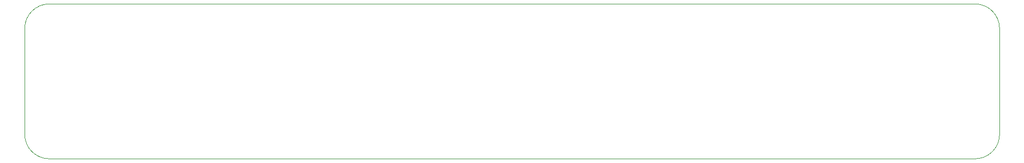
<source format=gm1>
G04 #@! TF.GenerationSoftware,KiCad,Pcbnew,(6.0.7)*
G04 #@! TF.CreationDate,2023-03-22T16:33:32-04:00*
G04 #@! TF.ProjectId,RGW LED board,52475720-4c45-4442-9062-6f6172642e6b,rev?*
G04 #@! TF.SameCoordinates,Original*
G04 #@! TF.FileFunction,Profile,NP*
%FSLAX46Y46*%
G04 Gerber Fmt 4.6, Leading zero omitted, Abs format (unit mm)*
G04 Created by KiCad (PCBNEW (6.0.7)) date 2023-03-22 16:33:32*
%MOMM*%
%LPD*%
G01*
G04 APERTURE LIST*
G04 #@! TA.AperFunction,Profile*
%ADD10C,0.100000*%
G04 #@! TD*
G04 APERTURE END LIST*
D10*
X66040000Y-26670000D02*
G75*
G03*
X62230000Y-30480000I0J-3810000D01*
G01*
X66040000Y-50800000D02*
X209550000Y-50800000D01*
X209550000Y-26670000D02*
X66040000Y-26670000D01*
X213360000Y-30480000D02*
G75*
G03*
X209550000Y-26670000I-3810000J0D01*
G01*
X62230000Y-46990000D02*
G75*
G03*
X66040000Y-50800000I3810000J0D01*
G01*
X62230000Y-30480000D02*
X62230000Y-46990000D01*
X213360000Y-46990000D02*
X213360000Y-30480000D01*
X209550000Y-50800000D02*
G75*
G03*
X213360000Y-46990000I0J3810000D01*
G01*
M02*

</source>
